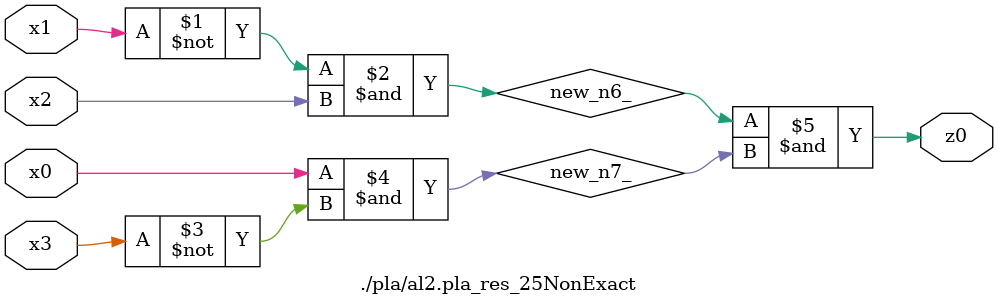
<source format=v>

module \./pla/al2.pla_res_25NonExact  ( 
    x0, x1, x2, x3,
    z0  );
  input  x0, x1, x2, x3;
  output z0;
  wire new_n6_, new_n7_;
  assign new_n6_ = ~x1 & x2;
  assign new_n7_ = x0 & ~x3;
  assign z0 = new_n6_ & new_n7_;
endmodule



</source>
